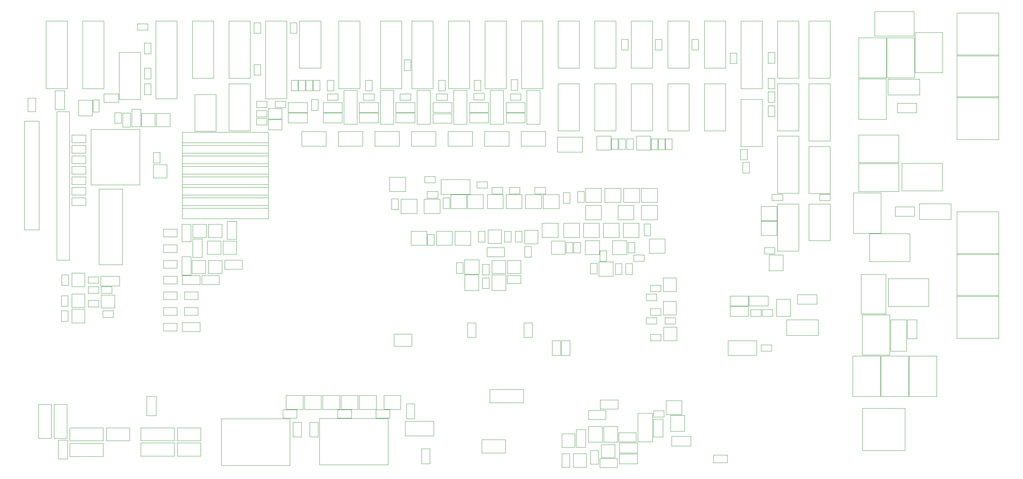
<source format=gbr>
G04 #@! TF.GenerationSoftware,KiCad,Pcbnew,(5.99.0-7935-g797175e0f2)*
G04 #@! TF.CreationDate,2021-01-18T22:07:50+01:00*
G04 #@! TF.ProjectId,ardumower mega shield svn,61726475-6d6f-4776-9572-206d65676120,1.4*
G04 #@! TF.SameCoordinates,PXc1c960PY8a12ae0*
G04 #@! TF.FileFunction,Other,User*
%FSLAX46Y46*%
G04 Gerber Fmt 4.6, Leading zero omitted, Abs format (unit mm)*
G04 Created by KiCad (PCBNEW (5.99.0-7935-g797175e0f2)) date 2021-01-18 22:07:50*
%MOMM*%
%LPD*%
G01*
G04 APERTURE LIST*
%ADD10C,0.050000*%
G04 APERTURE END LIST*
D10*
X41605000Y12395000D02*
X35905000Y12395000D01*
X35905000Y12395000D02*
X35905000Y9195000D01*
X35905000Y9195000D02*
X41605000Y9195000D01*
X41605000Y9195000D02*
X41605000Y12395000D01*
X75260000Y76530000D02*
X54360000Y76530000D01*
X75260000Y73330000D02*
X75260000Y76530000D01*
X54360000Y76530000D02*
X54360000Y73330000D01*
X54360000Y73330000D02*
X75260000Y73330000D01*
X110120000Y35155000D02*
X110120000Y32155000D01*
X105820000Y32155000D02*
X105820000Y35155000D01*
X105820000Y35155000D02*
X110120000Y35155000D01*
X110120000Y32155000D02*
X105820000Y32155000D01*
X228205000Y91193000D02*
X232805000Y91193000D01*
X228205000Y88893000D02*
X228205000Y91193000D01*
X232805000Y91193000D02*
X232805000Y88893000D01*
X232805000Y88893000D02*
X228205000Y88893000D01*
X230625000Y34022000D02*
X230625000Y38622000D01*
X232925000Y38622000D02*
X232925000Y34022000D01*
X232925000Y34022000D02*
X230625000Y34022000D01*
X230625000Y38622000D02*
X232925000Y38622000D01*
X232297000Y66047000D02*
X232297000Y63747000D01*
X227697000Y63747000D02*
X227697000Y66047000D01*
X227697000Y66047000D02*
X232297000Y66047000D01*
X232297000Y63747000D02*
X227697000Y63747000D01*
X233563000Y97043000D02*
X233563000Y93203000D01*
X233563000Y93203000D02*
X225923000Y93203000D01*
X225923000Y97043000D02*
X233563000Y97043000D01*
X225923000Y93203000D02*
X225923000Y97043000D01*
X230393000Y38618000D02*
X230393000Y30978000D01*
X226553000Y38618000D02*
X230393000Y38618000D01*
X230393000Y30978000D02*
X226553000Y30978000D01*
X226553000Y30978000D02*
X226553000Y38618000D01*
X241183000Y62977000D02*
X233543000Y62977000D01*
X233543000Y62977000D02*
X233543000Y66817000D01*
X233543000Y66817000D02*
X241183000Y66817000D01*
X241183000Y66817000D02*
X241183000Y62977000D01*
X54360000Y75870000D02*
X75260000Y75870000D01*
X54360000Y79070000D02*
X54360000Y75870000D01*
X75260000Y75870000D02*
X75260000Y79070000D01*
X75260000Y79070000D02*
X54360000Y79070000D01*
X54360000Y78410000D02*
X75260000Y78410000D01*
X75260000Y78410000D02*
X75260000Y81610000D01*
X75260000Y81610000D02*
X54360000Y81610000D01*
X54360000Y81610000D02*
X54360000Y78410000D01*
X75260000Y84150000D02*
X54360000Y84150000D01*
X75260000Y80950000D02*
X75260000Y84150000D01*
X54360000Y84150000D02*
X54360000Y80950000D01*
X54360000Y80950000D02*
X75260000Y80950000D01*
X159511000Y8331000D02*
X159511000Y5131000D01*
X159511000Y5131000D02*
X156211000Y5131000D01*
X156211000Y8331000D02*
X159511000Y8331000D01*
X156211000Y5131000D02*
X156211000Y8331000D01*
X242631000Y44530000D02*
X252831000Y44530000D01*
X252831000Y34130000D02*
X242631000Y34130000D01*
X252831000Y44530000D02*
X252831000Y34130000D01*
X242631000Y34130000D02*
X242631000Y44530000D01*
X252831000Y44290000D02*
X242631000Y44290000D01*
X252831000Y54690000D02*
X252831000Y44290000D01*
X242631000Y54690000D02*
X252831000Y54690000D01*
X242631000Y44290000D02*
X242631000Y54690000D01*
X242631000Y64850000D02*
X252831000Y64850000D01*
X252831000Y64850000D02*
X252831000Y54450000D01*
X242631000Y54450000D02*
X242631000Y64850000D01*
X252831000Y54450000D02*
X242631000Y54450000D01*
X242631000Y92790000D02*
X252831000Y92790000D01*
X252831000Y82390000D02*
X242631000Y82390000D01*
X242631000Y82390000D02*
X242631000Y92790000D01*
X252831000Y92790000D02*
X252831000Y82390000D01*
X252831000Y92550000D02*
X242631000Y92550000D01*
X242631000Y92550000D02*
X242631000Y102950000D01*
X242631000Y102950000D02*
X252831000Y102950000D01*
X252831000Y102950000D02*
X252831000Y92550000D01*
X242631000Y102710000D02*
X242631000Y113110000D01*
X242631000Y113110000D02*
X252831000Y113110000D01*
X252831000Y102710000D02*
X242631000Y102710000D01*
X252831000Y113110000D02*
X252831000Y102710000D01*
X114538000Y7261000D02*
X114538000Y3661000D01*
X114538000Y7261000D02*
X112538000Y7261000D01*
X114538000Y3661000D02*
X112538000Y3661000D01*
X112538000Y7261000D02*
X112538000Y3661000D01*
X87360000Y10138000D02*
X87360000Y13738000D01*
X85360000Y10138000D02*
X87360000Y10138000D01*
X85360000Y13738000D02*
X87360000Y13738000D01*
X85360000Y10138000D02*
X85360000Y13738000D01*
X83296000Y10138000D02*
X83296000Y13738000D01*
X81296000Y13738000D02*
X83296000Y13738000D01*
X81296000Y10138000D02*
X81296000Y13738000D01*
X81296000Y10138000D02*
X83296000Y10138000D01*
X108855000Y18183000D02*
X110855000Y18183000D01*
X108855000Y14583000D02*
X108855000Y18183000D01*
X108855000Y14583000D02*
X110855000Y14583000D01*
X110855000Y14583000D02*
X110855000Y18183000D01*
X183486000Y5776000D02*
X186846000Y5776000D01*
X186846000Y5776000D02*
X186846000Y3876000D01*
X186846000Y3876000D02*
X183486000Y3876000D01*
X183486000Y3876000D02*
X183486000Y5776000D01*
X93650000Y94310000D02*
X93650000Y86110000D01*
X96850000Y94310000D02*
X93650000Y94310000D01*
X93650000Y86110000D02*
X96850000Y86110000D01*
X96850000Y86110000D02*
X96850000Y94310000D01*
X102540000Y86110000D02*
X105740000Y86110000D01*
X102540000Y94310000D02*
X102540000Y86110000D01*
X105740000Y94310000D02*
X102540000Y94310000D01*
X105740000Y86110000D02*
X105740000Y94310000D01*
X114630000Y86110000D02*
X114630000Y94310000D01*
X114630000Y94310000D02*
X111430000Y94310000D01*
X111430000Y86110000D02*
X114630000Y86110000D01*
X111430000Y94310000D02*
X111430000Y86110000D01*
X123520000Y94310000D02*
X120320000Y94310000D01*
X120320000Y94310000D02*
X120320000Y86110000D01*
X123520000Y86110000D02*
X123520000Y94310000D01*
X120320000Y86110000D02*
X123520000Y86110000D01*
X129210000Y94310000D02*
X129210000Y86110000D01*
X132410000Y94310000D02*
X129210000Y94310000D01*
X129210000Y86110000D02*
X132410000Y86110000D01*
X132410000Y86110000D02*
X132410000Y94310000D01*
X141300000Y86110000D02*
X141300000Y94310000D01*
X138100000Y94310000D02*
X138100000Y86110000D01*
X138100000Y86110000D02*
X141300000Y86110000D01*
X141300000Y94310000D02*
X138100000Y94310000D01*
X89310000Y84350000D02*
X89310000Y80750000D01*
X83410000Y84350000D02*
X89310000Y84350000D01*
X83410000Y80750000D02*
X89310000Y80750000D01*
X83410000Y84350000D02*
X83410000Y80750000D01*
X98200000Y84350000D02*
X98200000Y80750000D01*
X92300000Y84350000D02*
X98200000Y84350000D01*
X92300000Y84350000D02*
X92300000Y80750000D01*
X92300000Y80750000D02*
X98200000Y80750000D01*
X107090000Y84350000D02*
X107090000Y80750000D01*
X101190000Y84350000D02*
X107090000Y84350000D01*
X101190000Y84350000D02*
X101190000Y80750000D01*
X101190000Y80750000D02*
X107090000Y80750000D01*
X115980000Y84350000D02*
X115980000Y80750000D01*
X110080000Y84350000D02*
X115980000Y84350000D01*
X110080000Y84350000D02*
X110080000Y80750000D01*
X110080000Y80750000D02*
X115980000Y80750000D01*
X118970000Y84350000D02*
X118970000Y80750000D01*
X118970000Y84350000D02*
X124870000Y84350000D01*
X124870000Y84350000D02*
X124870000Y80750000D01*
X118970000Y80750000D02*
X124870000Y80750000D01*
X127860000Y84350000D02*
X127860000Y80750000D01*
X127860000Y80750000D02*
X133760000Y80750000D01*
X133760000Y84350000D02*
X133760000Y80750000D01*
X127860000Y84350000D02*
X133760000Y84350000D01*
X142650000Y84350000D02*
X142650000Y80750000D01*
X136750000Y80750000D02*
X142650000Y80750000D01*
X136750000Y84350000D02*
X142650000Y84350000D01*
X136750000Y84350000D02*
X136750000Y80750000D01*
X171374000Y33529000D02*
X171374000Y36829000D01*
X174574000Y36829000D02*
X174574000Y33529000D01*
X174574000Y33529000D02*
X171374000Y33529000D01*
X171374000Y36829000D02*
X174574000Y36829000D01*
X174447000Y39752000D02*
X171247000Y39752000D01*
X174447000Y43052000D02*
X174447000Y39752000D01*
X171247000Y39752000D02*
X171247000Y43052000D01*
X171247000Y43052000D02*
X174447000Y43052000D01*
X174447000Y45467000D02*
X171247000Y45467000D01*
X171247000Y48767000D02*
X174447000Y48767000D01*
X171247000Y45467000D02*
X171247000Y48767000D01*
X174447000Y48767000D02*
X174447000Y45467000D01*
X34672000Y41453000D02*
X34672000Y44653000D01*
X37972000Y41453000D02*
X34672000Y41453000D01*
X34672000Y44653000D02*
X37972000Y44653000D01*
X37972000Y44653000D02*
X37972000Y41453000D01*
X27483000Y46610000D02*
X27483000Y49910000D01*
X30683000Y46610000D02*
X27483000Y46610000D01*
X30683000Y49910000D02*
X30683000Y46610000D01*
X27483000Y49910000D02*
X30683000Y49910000D01*
X27483000Y41530000D02*
X27483000Y44830000D01*
X27483000Y44830000D02*
X30683000Y44830000D01*
X30683000Y41530000D02*
X27483000Y41530000D01*
X30683000Y44830000D02*
X30683000Y41530000D01*
X30683000Y41147000D02*
X30683000Y37847000D01*
X27483000Y37847000D02*
X27483000Y41147000D01*
X30683000Y37847000D02*
X27483000Y37847000D01*
X27483000Y41147000D02*
X30683000Y41147000D01*
X168628000Y8946000D02*
X165128000Y8946000D01*
X168628000Y15946000D02*
X168628000Y8946000D01*
X165128000Y8946000D02*
X165128000Y15946000D01*
X165128000Y15946000D02*
X168628000Y15946000D01*
X35175000Y9195000D02*
X35175000Y12395000D01*
X26975000Y12395000D02*
X26975000Y9195000D01*
X26975000Y9195000D02*
X35175000Y9195000D01*
X35175000Y12395000D02*
X26975000Y12395000D01*
X87754000Y3367000D02*
X87754000Y14667000D01*
X104404000Y3367000D02*
X104404000Y14667000D01*
X87754000Y3367000D02*
X104404000Y3367000D01*
X87754000Y14667000D02*
X104404000Y14667000D01*
X63878000Y3240000D02*
X80528000Y3240000D01*
X63878000Y3240000D02*
X63878000Y14540000D01*
X63878000Y14540000D02*
X80528000Y14540000D01*
X80528000Y3240000D02*
X80528000Y14540000D01*
X53115000Y41590000D02*
X53115000Y39690000D01*
X49755000Y41590000D02*
X53115000Y41590000D01*
X53115000Y39690000D02*
X49755000Y39690000D01*
X49755000Y39690000D02*
X49755000Y41590000D01*
X53115000Y37780000D02*
X53115000Y35880000D01*
X53115000Y35880000D02*
X49755000Y35880000D01*
X49755000Y35880000D02*
X49755000Y37780000D01*
X49755000Y37780000D02*
X53115000Y37780000D01*
X53115000Y49210000D02*
X53115000Y47310000D01*
X53115000Y47310000D02*
X49755000Y47310000D01*
X49755000Y47310000D02*
X49755000Y49210000D01*
X49755000Y49210000D02*
X53115000Y49210000D01*
X49755000Y60640000D02*
X53115000Y60640000D01*
X53115000Y60640000D02*
X53115000Y58740000D01*
X53115000Y58740000D02*
X49755000Y58740000D01*
X49755000Y58740000D02*
X49755000Y60640000D01*
X53115000Y43500000D02*
X49755000Y43500000D01*
X53115000Y45400000D02*
X53115000Y43500000D01*
X49755000Y43500000D02*
X49755000Y45400000D01*
X49755000Y45400000D02*
X53115000Y45400000D01*
X49755000Y56830000D02*
X53115000Y56830000D01*
X49755000Y54930000D02*
X49755000Y56830000D01*
X53115000Y56830000D02*
X53115000Y54930000D01*
X53115000Y54930000D02*
X49755000Y54930000D01*
X53115000Y53020000D02*
X53115000Y51120000D01*
X49755000Y53020000D02*
X53115000Y53020000D01*
X53115000Y51120000D02*
X49755000Y51120000D01*
X49755000Y51120000D02*
X49755000Y53020000D01*
X75260000Y71450000D02*
X54360000Y71450000D01*
X75260000Y68250000D02*
X75260000Y71450000D01*
X54360000Y68250000D02*
X75260000Y68250000D01*
X54360000Y71450000D02*
X54360000Y68250000D01*
X75260000Y65710000D02*
X75260000Y68910000D01*
X54360000Y68910000D02*
X54360000Y65710000D01*
X54360000Y65710000D02*
X75260000Y65710000D01*
X75260000Y68910000D02*
X54360000Y68910000D01*
X54360000Y63170000D02*
X75260000Y63170000D01*
X75260000Y66370000D02*
X54360000Y66370000D01*
X75260000Y63170000D02*
X75260000Y66370000D01*
X54360000Y66370000D02*
X54360000Y63170000D01*
X149809000Y7621000D02*
X146609000Y7621000D01*
X146609000Y10921000D02*
X149809000Y10921000D01*
X146609000Y7621000D02*
X146609000Y10921000D01*
X149809000Y10921000D02*
X149809000Y7621000D01*
X152603000Y6095000D02*
X152603000Y2795000D01*
X149403000Y2795000D02*
X149403000Y6095000D01*
X152603000Y2795000D02*
X149403000Y2795000D01*
X149403000Y6095000D02*
X152603000Y6095000D01*
X47372000Y76276000D02*
X50672000Y76276000D01*
X50672000Y76276000D02*
X50672000Y73076000D01*
X50672000Y73076000D02*
X47372000Y73076000D01*
X47372000Y73076000D02*
X47372000Y76276000D01*
X206650000Y80670000D02*
X206650000Y69270000D01*
X206650000Y69270000D02*
X211850000Y69270000D01*
X211850000Y80670000D02*
X206650000Y80670000D01*
X211850000Y69270000D02*
X211850000Y80670000D01*
X204230000Y55300000D02*
X204230000Y66700000D01*
X204230000Y66700000D02*
X199030000Y66700000D01*
X199030000Y66700000D02*
X199030000Y55300000D01*
X199030000Y55300000D02*
X204230000Y55300000D01*
X211850000Y66700000D02*
X206650000Y66700000D01*
X206650000Y57800000D02*
X211850000Y57800000D01*
X206650000Y66700000D02*
X206650000Y57800000D01*
X211850000Y57800000D02*
X211850000Y66700000D01*
X57390000Y84430000D02*
X62590000Y84430000D01*
X62590000Y84430000D02*
X62590000Y93330000D01*
X57390000Y93330000D02*
X57390000Y84430000D01*
X62590000Y93330000D02*
X57390000Y93330000D01*
X65680000Y84510000D02*
X70880000Y84510000D01*
X70880000Y95910000D02*
X65680000Y95910000D01*
X70880000Y84510000D02*
X70880000Y95910000D01*
X65680000Y95910000D02*
X65680000Y84510000D01*
X195340000Y94750000D02*
X195340000Y111150000D01*
X195340000Y111150000D02*
X190140000Y111150000D01*
X190140000Y111150000D02*
X190140000Y94750000D01*
X190140000Y94750000D02*
X195340000Y94750000D01*
X211850000Y97250000D02*
X211850000Y111150000D01*
X206650000Y111150000D02*
X206650000Y97250000D01*
X211850000Y111150000D02*
X206650000Y111150000D01*
X206650000Y97250000D02*
X211850000Y97250000D01*
X204230000Y111150000D02*
X199030000Y111150000D01*
X199030000Y111150000D02*
X199030000Y97250000D01*
X199030000Y97250000D02*
X204230000Y97250000D01*
X204230000Y97250000D02*
X204230000Y111150000D01*
X92350000Y94750000D02*
X97550000Y94750000D01*
X97550000Y94750000D02*
X97550000Y111150000D01*
X92350000Y111150000D02*
X92350000Y94750000D01*
X97550000Y111150000D02*
X92350000Y111150000D01*
X102510000Y111150000D02*
X102510000Y94750000D01*
X107710000Y111150000D02*
X102510000Y111150000D01*
X102510000Y94750000D02*
X107710000Y94750000D01*
X107710000Y94750000D02*
X107710000Y111150000D01*
X115330000Y111150000D02*
X110130000Y111150000D01*
X110130000Y94750000D02*
X115330000Y94750000D01*
X110130000Y111150000D02*
X110130000Y94750000D01*
X115330000Y94750000D02*
X115330000Y111150000D01*
X124220000Y94750000D02*
X124220000Y111150000D01*
X119020000Y111150000D02*
X119020000Y94750000D01*
X124220000Y111150000D02*
X119020000Y111150000D01*
X119020000Y94750000D02*
X124220000Y94750000D01*
X127910000Y94750000D02*
X133110000Y94750000D01*
X133110000Y94750000D02*
X133110000Y111150000D01*
X127910000Y111150000D02*
X127910000Y94750000D01*
X133110000Y111150000D02*
X127910000Y111150000D01*
X136800000Y111150000D02*
X136800000Y94750000D01*
X142000000Y94750000D02*
X142000000Y111150000D01*
X142000000Y111150000D02*
X136800000Y111150000D01*
X136800000Y94750000D02*
X142000000Y94750000D01*
X199030000Y83210000D02*
X199030000Y69310000D01*
X204230000Y83210000D02*
X199030000Y83210000D01*
X199030000Y69310000D02*
X204230000Y69310000D01*
X204230000Y69310000D02*
X204230000Y83210000D01*
X206650000Y95910000D02*
X206650000Y82010000D01*
X211850000Y82010000D02*
X211850000Y95910000D01*
X206650000Y82010000D02*
X211850000Y82010000D01*
X211850000Y95910000D02*
X206650000Y95910000D01*
X44210000Y103530000D02*
X39010000Y103530000D01*
X39010000Y92130000D02*
X44210000Y92130000D01*
X39010000Y103530000D02*
X39010000Y92130000D01*
X44210000Y92130000D02*
X44210000Y103530000D01*
X88025000Y111150000D02*
X82825000Y111150000D01*
X88025000Y99750000D02*
X88025000Y111150000D01*
X82825000Y99750000D02*
X88025000Y99750000D01*
X82825000Y111150000D02*
X82825000Y99750000D01*
X163470000Y99750000D02*
X168670000Y99750000D01*
X168670000Y111150000D02*
X163470000Y111150000D01*
X168670000Y99750000D02*
X168670000Y111150000D01*
X163470000Y111150000D02*
X163470000Y99750000D01*
X150890000Y84510000D02*
X150890000Y95910000D01*
X150890000Y95910000D02*
X145690000Y95910000D01*
X145690000Y95910000D02*
X145690000Y84510000D01*
X145690000Y84510000D02*
X150890000Y84510000D01*
X159780000Y84510000D02*
X159780000Y95910000D01*
X154580000Y84510000D02*
X159780000Y84510000D01*
X159780000Y95910000D02*
X154580000Y95910000D01*
X154580000Y95910000D02*
X154580000Y84510000D01*
X159780000Y99750000D02*
X159780000Y111150000D01*
X159780000Y111150000D02*
X154580000Y111150000D01*
X154580000Y111150000D02*
X154580000Y99750000D01*
X154580000Y99750000D02*
X159780000Y99750000D01*
X163470000Y84510000D02*
X168670000Y84510000D01*
X163470000Y95910000D02*
X163470000Y84510000D01*
X168670000Y84510000D02*
X168670000Y95910000D01*
X168670000Y95910000D02*
X163470000Y95910000D01*
X145690000Y111150000D02*
X145690000Y99750000D01*
X150890000Y111150000D02*
X145690000Y111150000D01*
X150890000Y99750000D02*
X150890000Y111150000D01*
X145690000Y99750000D02*
X150890000Y99750000D01*
X53100000Y111150000D02*
X47900000Y111150000D01*
X47900000Y92250000D02*
X53100000Y92250000D01*
X53100000Y92250000D02*
X53100000Y111150000D01*
X47900000Y111150000D02*
X47900000Y92250000D01*
X74570000Y92250000D02*
X79770000Y92250000D01*
X79770000Y111150000D02*
X74570000Y111150000D01*
X74570000Y111150000D02*
X74570000Y92250000D01*
X79770000Y92250000D02*
X79770000Y111150000D01*
X199030000Y95910000D02*
X199030000Y84510000D01*
X204230000Y84510000D02*
X204230000Y95910000D01*
X199030000Y84510000D02*
X204230000Y84510000D01*
X204230000Y95910000D02*
X199030000Y95910000D01*
X190140000Y80700000D02*
X195340000Y80700000D01*
X195340000Y80700000D02*
X195340000Y92100000D01*
X190140000Y92100000D02*
X190140000Y80700000D01*
X195340000Y92100000D02*
X190140000Y92100000D01*
X186450000Y111150000D02*
X181250000Y111150000D01*
X181250000Y111150000D02*
X181250000Y99750000D01*
X181250000Y99750000D02*
X186450000Y99750000D01*
X186450000Y99750000D02*
X186450000Y111150000D01*
X177560000Y99750000D02*
X177560000Y111150000D01*
X172360000Y111150000D02*
X172360000Y99750000D01*
X177560000Y111150000D02*
X172360000Y111150000D01*
X172360000Y99750000D02*
X177560000Y99750000D01*
X186450000Y84510000D02*
X186450000Y95910000D01*
X186450000Y95910000D02*
X181250000Y95910000D01*
X181250000Y95910000D02*
X181250000Y84510000D01*
X181250000Y84510000D02*
X186450000Y84510000D01*
X177560000Y84510000D02*
X177560000Y95910000D01*
X177560000Y95910000D02*
X172360000Y95910000D01*
X172360000Y84510000D02*
X177560000Y84510000D01*
X172360000Y95910000D02*
X172360000Y84510000D01*
X148574000Y29950000D02*
X146574000Y29950000D01*
X148574000Y33550000D02*
X146574000Y33550000D01*
X148574000Y33550000D02*
X148574000Y29950000D01*
X146574000Y33550000D02*
X146574000Y29950000D01*
X125714000Y34268000D02*
X125714000Y37868000D01*
X123714000Y37868000D02*
X125714000Y37868000D01*
X123714000Y34268000D02*
X125714000Y34268000D01*
X123714000Y34268000D02*
X123714000Y37868000D01*
X139430000Y34268000D02*
X139430000Y37868000D01*
X137430000Y34268000D02*
X139430000Y34268000D01*
X137430000Y34268000D02*
X137430000Y37868000D01*
X137430000Y37868000D02*
X139430000Y37868000D01*
X146288000Y33550000D02*
X144288000Y33550000D01*
X146288000Y33550000D02*
X146288000Y29950000D01*
X144288000Y33550000D02*
X144288000Y29950000D01*
X146288000Y29950000D02*
X144288000Y29950000D01*
X187000000Y30000000D02*
X187000000Y33500000D01*
X187000000Y33500000D02*
X194000000Y33500000D01*
X194000000Y30000000D02*
X187000000Y30000000D01*
X194000000Y33500000D02*
X194000000Y30000000D01*
X38884000Y93456000D02*
X38884000Y91456000D01*
X35284000Y93456000D02*
X35284000Y91456000D01*
X35284000Y91456000D02*
X38884000Y91456000D01*
X35284000Y93456000D02*
X38884000Y93456000D01*
X64007000Y53035000D02*
X64007000Y49835000D01*
X60707000Y49835000D02*
X60707000Y53035000D01*
X60707000Y53035000D02*
X64007000Y53035000D01*
X64007000Y49835000D02*
X60707000Y49835000D01*
X56770000Y49835000D02*
X56770000Y53035000D01*
X60070000Y53035000D02*
X60070000Y49835000D01*
X60070000Y49835000D02*
X56770000Y49835000D01*
X56770000Y53035000D02*
X60070000Y53035000D01*
X64263000Y54534000D02*
X64263000Y57734000D01*
X67563000Y57734000D02*
X67563000Y54534000D01*
X64263000Y57734000D02*
X67563000Y57734000D01*
X67563000Y54534000D02*
X64263000Y54534000D01*
X60453000Y57734000D02*
X63753000Y57734000D01*
X60453000Y54534000D02*
X60453000Y57734000D01*
X63753000Y57734000D02*
X63753000Y54534000D01*
X63753000Y54534000D02*
X60453000Y54534000D01*
X60707000Y61798000D02*
X64007000Y61798000D01*
X64007000Y61798000D02*
X64007000Y58598000D01*
X64007000Y58598000D02*
X60707000Y58598000D01*
X60707000Y58598000D02*
X60707000Y61798000D01*
X60197000Y58598000D02*
X56897000Y58598000D01*
X60197000Y61798000D02*
X60197000Y58598000D01*
X56897000Y58598000D02*
X56897000Y61798000D01*
X56897000Y61798000D02*
X60197000Y61798000D01*
X132968000Y53035000D02*
X132968000Y49835000D01*
X132968000Y49835000D02*
X129668000Y49835000D01*
X129668000Y49835000D02*
X129668000Y53035000D01*
X129668000Y53035000D02*
X132968000Y53035000D01*
X133351000Y49835000D02*
X133351000Y53035000D01*
X136651000Y49835000D02*
X133351000Y49835000D01*
X136651000Y53035000D02*
X136651000Y49835000D01*
X133351000Y53035000D02*
X136651000Y53035000D01*
X47751000Y85522000D02*
X44451000Y85522000D01*
X44451000Y85522000D02*
X44451000Y88722000D01*
X44451000Y88722000D02*
X47751000Y88722000D01*
X47751000Y88722000D02*
X47751000Y85522000D01*
X51434000Y85522000D02*
X48134000Y85522000D01*
X51434000Y88722000D02*
X51434000Y85522000D01*
X48134000Y85522000D02*
X48134000Y88722000D01*
X48134000Y88722000D02*
X51434000Y88722000D01*
X232489000Y98605000D02*
X232489000Y108405000D01*
X239189000Y108405000D02*
X239189000Y98605000D01*
X239189000Y98605000D02*
X232489000Y98605000D01*
X232489000Y108405000D02*
X239189000Y108405000D01*
X218747000Y83487000D02*
X228547000Y83487000D01*
X228547000Y83487000D02*
X228547000Y76787000D01*
X228547000Y76787000D02*
X218747000Y76787000D01*
X218747000Y76787000D02*
X218747000Y83487000D01*
X225631000Y97335000D02*
X225631000Y107135000D01*
X232331000Y97335000D02*
X225631000Y97335000D01*
X232331000Y107135000D02*
X232331000Y97335000D01*
X225631000Y107135000D02*
X232331000Y107135000D01*
X218773000Y107135000D02*
X225473000Y107135000D01*
X225473000Y107135000D02*
X225473000Y97335000D01*
X225473000Y97335000D02*
X218773000Y97335000D01*
X218773000Y97335000D02*
X218773000Y107135000D01*
X219662000Y39825000D02*
X226362000Y39825000D01*
X226362000Y39825000D02*
X226362000Y30025000D01*
X219662000Y30025000D02*
X219662000Y39825000D01*
X226362000Y30025000D02*
X219662000Y30025000D01*
X217376000Y29792000D02*
X224076000Y29792000D01*
X224076000Y19992000D02*
X217376000Y19992000D01*
X224076000Y29792000D02*
X224076000Y19992000D01*
X217376000Y19992000D02*
X217376000Y29792000D01*
X231092000Y29792000D02*
X237792000Y29792000D01*
X231092000Y19992000D02*
X231092000Y29792000D01*
X237792000Y19992000D02*
X231092000Y19992000D01*
X237792000Y29792000D02*
X237792000Y19992000D01*
X230934000Y19992000D02*
X224234000Y19992000D01*
X224234000Y29792000D02*
X230934000Y29792000D01*
X224234000Y19992000D02*
X224234000Y29792000D01*
X230934000Y29792000D02*
X230934000Y19992000D01*
X231214000Y52784000D02*
X221414000Y52784000D01*
X221414000Y52784000D02*
X221414000Y59484000D01*
X231214000Y59484000D02*
X231214000Y52784000D01*
X221414000Y59484000D02*
X231214000Y59484000D01*
X224203000Y59616000D02*
X217503000Y59616000D01*
X224203000Y69416000D02*
X224203000Y59616000D01*
X217503000Y69416000D02*
X224203000Y69416000D01*
X217503000Y59616000D02*
X217503000Y69416000D01*
X218747000Y76502000D02*
X228547000Y76502000D01*
X228547000Y76502000D02*
X228547000Y69802000D01*
X228547000Y69802000D02*
X218747000Y69802000D01*
X218747000Y69802000D02*
X218747000Y76502000D01*
X239088000Y76629000D02*
X239088000Y69929000D01*
X239088000Y69929000D02*
X229288000Y69929000D01*
X229288000Y76629000D02*
X239088000Y76629000D01*
X229288000Y69929000D02*
X229288000Y76629000D01*
X225986000Y41862000D02*
X225986000Y48562000D01*
X225986000Y48562000D02*
X235786000Y48562000D01*
X235786000Y48562000D02*
X235786000Y41862000D01*
X235786000Y41862000D02*
X225986000Y41862000D01*
X225473000Y97102000D02*
X225473000Y87302000D01*
X218773000Y87302000D02*
X218773000Y97102000D01*
X225473000Y87302000D02*
X218773000Y87302000D01*
X218773000Y97102000D02*
X225473000Y97102000D01*
X53137000Y5512000D02*
X58837000Y5512000D01*
X58837000Y5512000D02*
X58837000Y8712000D01*
X53137000Y8712000D02*
X53137000Y5512000D01*
X58837000Y8712000D02*
X53137000Y8712000D01*
X44247000Y12395000D02*
X44247000Y9195000D01*
X52447000Y9195000D02*
X52447000Y12395000D01*
X52447000Y12395000D02*
X44247000Y12395000D01*
X44247000Y9195000D02*
X52447000Y9195000D01*
X26365000Y18030000D02*
X23165000Y18030000D01*
X23165000Y18030000D02*
X23165000Y9830000D01*
X23165000Y9830000D02*
X26365000Y9830000D01*
X26365000Y9830000D02*
X26365000Y18030000D01*
X35320000Y111150000D02*
X30120000Y111150000D01*
X30120000Y94750000D02*
X35320000Y94750000D01*
X30120000Y111150000D02*
X30120000Y94750000D01*
X35320000Y94750000D02*
X35320000Y111150000D01*
X219677000Y6884000D02*
X219677000Y17084000D01*
X230077000Y17084000D02*
X230077000Y6884000D01*
X219677000Y17084000D02*
X230077000Y17084000D01*
X230077000Y6884000D02*
X219677000Y6884000D01*
X26430000Y94750000D02*
X26430000Y111150000D01*
X21230000Y94750000D02*
X26430000Y94750000D01*
X21230000Y111150000D02*
X21230000Y94750000D01*
X26430000Y111150000D02*
X21230000Y111150000D01*
X140792000Y60324000D02*
X140792000Y57024000D01*
X137592000Y57024000D02*
X137592000Y60324000D01*
X137592000Y60324000D02*
X140792000Y60324000D01*
X140792000Y57024000D02*
X137592000Y57024000D01*
X144146000Y57734000D02*
X147446000Y57734000D01*
X147446000Y57734000D02*
X147446000Y54534000D01*
X144146000Y54534000D02*
X144146000Y57734000D01*
X147446000Y54534000D02*
X144146000Y54534000D01*
X128702000Y60451000D02*
X131902000Y60451000D01*
X128702000Y57151000D02*
X128702000Y60451000D01*
X131902000Y57151000D02*
X128702000Y57151000D01*
X131902000Y60451000D02*
X131902000Y57151000D01*
X53137000Y9195000D02*
X58837000Y9195000D01*
X58837000Y9195000D02*
X58837000Y12395000D01*
X53137000Y12395000D02*
X53137000Y9195000D01*
X58837000Y12395000D02*
X53137000Y12395000D01*
X132918000Y9474000D02*
X127218000Y9474000D01*
X132918000Y6274000D02*
X132918000Y9474000D01*
X127218000Y6274000D02*
X132918000Y6274000D01*
X127218000Y9474000D02*
X127218000Y6274000D01*
X137363000Y21666000D02*
X129163000Y21666000D01*
X129163000Y18466000D02*
X137363000Y18466000D01*
X137363000Y18466000D02*
X137363000Y21666000D01*
X129163000Y21666000D02*
X129163000Y18466000D01*
X16030000Y86880000D02*
X19530000Y86880000D01*
X16030000Y60480000D02*
X16030000Y86880000D01*
X16030000Y60480000D02*
X19530000Y60480000D01*
X19530000Y60480000D02*
X19530000Y86880000D01*
X101995000Y91320000D02*
X97395000Y91320000D01*
X101995000Y89020000D02*
X97395000Y89020000D01*
X101995000Y89020000D02*
X101995000Y91320000D01*
X97395000Y89020000D02*
X97395000Y91320000D01*
X93232000Y88780000D02*
X88632000Y88780000D01*
X93232000Y86480000D02*
X93232000Y88780000D01*
X88632000Y86480000D02*
X88632000Y88780000D01*
X93232000Y86480000D02*
X88632000Y86480000D01*
X101995000Y86480000D02*
X97395000Y86480000D01*
X97395000Y86480000D02*
X97395000Y88780000D01*
X101995000Y88780000D02*
X97395000Y88780000D01*
X101995000Y86480000D02*
X101995000Y88780000D01*
X110885000Y86480000D02*
X110885000Y88780000D01*
X110885000Y88780000D02*
X106285000Y88780000D01*
X106285000Y86480000D02*
X106285000Y88780000D01*
X110885000Y86480000D02*
X106285000Y86480000D01*
X84723000Y86480000D02*
X84723000Y88780000D01*
X84723000Y88780000D02*
X80123000Y88780000D01*
X80123000Y86480000D02*
X80123000Y88780000D01*
X84723000Y86480000D02*
X80123000Y86480000D01*
X119902000Y88653000D02*
X115302000Y88653000D01*
X119902000Y86353000D02*
X119902000Y88653000D01*
X119902000Y86353000D02*
X115302000Y86353000D01*
X115302000Y86353000D02*
X115302000Y88653000D01*
X128792000Y86480000D02*
X128792000Y88780000D01*
X128792000Y86480000D02*
X124192000Y86480000D01*
X128792000Y88780000D02*
X124192000Y88780000D01*
X124192000Y86480000D02*
X124192000Y88780000D01*
X137682000Y86480000D02*
X137682000Y88780000D01*
X133082000Y86480000D02*
X133082000Y88780000D01*
X137682000Y86480000D02*
X133082000Y86480000D01*
X137682000Y88780000D02*
X133082000Y88780000D01*
X110885000Y89020000D02*
X106285000Y89020000D01*
X106285000Y89020000D02*
X106285000Y91320000D01*
X110885000Y91320000D02*
X106285000Y91320000D01*
X110885000Y89020000D02*
X110885000Y91320000D01*
X119902000Y89020000D02*
X119902000Y91320000D01*
X115302000Y89020000D02*
X115302000Y91320000D01*
X119902000Y91320000D02*
X115302000Y91320000D01*
X119902000Y89020000D02*
X115302000Y89020000D01*
X128792000Y91320000D02*
X124192000Y91320000D01*
X128792000Y89020000D02*
X128792000Y91320000D01*
X124192000Y89020000D02*
X124192000Y91320000D01*
X128792000Y89020000D02*
X124192000Y89020000D01*
X133082000Y89020000D02*
X133082000Y91320000D01*
X137682000Y89020000D02*
X137682000Y91320000D01*
X137682000Y91320000D02*
X133082000Y91320000D01*
X137682000Y89020000D02*
X133082000Y89020000D01*
X93232000Y89020000D02*
X88632000Y89020000D01*
X93232000Y89020000D02*
X93232000Y91320000D01*
X93232000Y91320000D02*
X88632000Y91320000D01*
X88632000Y89020000D02*
X88632000Y91320000D01*
X84723000Y89020000D02*
X84723000Y91320000D01*
X84723000Y91320000D02*
X80123000Y91320000D01*
X84723000Y89020000D02*
X80123000Y89020000D01*
X80123000Y89020000D02*
X80123000Y91320000D01*
X34530000Y49156000D02*
X34530000Y46856000D01*
X34530000Y46856000D02*
X39130000Y46856000D01*
X34530000Y49156000D02*
X39130000Y49156000D01*
X39130000Y49156000D02*
X39130000Y46856000D01*
X26550000Y9412000D02*
X26550000Y4812000D01*
X26550000Y4812000D02*
X24250000Y4812000D01*
X24250000Y9412000D02*
X24250000Y4812000D01*
X26550000Y9412000D02*
X24250000Y9412000D01*
X48013000Y15353000D02*
X48013000Y19953000D01*
X45713000Y19953000D02*
X48013000Y19953000D01*
X45713000Y15353000D02*
X48013000Y15353000D01*
X45713000Y15353000D02*
X45713000Y19953000D01*
X25788000Y94248000D02*
X23488000Y94248000D01*
X25788000Y89648000D02*
X23488000Y89648000D01*
X23488000Y94248000D02*
X23488000Y89648000D01*
X25788000Y94248000D02*
X25788000Y89648000D01*
X61990000Y111150000D02*
X56790000Y111150000D01*
X56790000Y111150000D02*
X56790000Y97250000D01*
X56790000Y97250000D02*
X61990000Y97250000D01*
X61990000Y97250000D02*
X61990000Y111150000D01*
X44050000Y71355000D02*
X32150000Y71355000D01*
X44050000Y71355000D02*
X44050000Y84855000D01*
X44050000Y84855000D02*
X32150000Y84855000D01*
X32150000Y71355000D02*
X32150000Y84855000D01*
X70880000Y97250000D02*
X70880000Y111150000D01*
X65680000Y97250000D02*
X70880000Y97250000D01*
X65680000Y111150000D02*
X65680000Y97250000D01*
X70880000Y111150000D02*
X65680000Y111150000D01*
X133828000Y69177000D02*
X133828000Y70777000D01*
X136428000Y69177000D02*
X133828000Y69177000D01*
X136428000Y69177000D02*
X136428000Y70777000D01*
X136428000Y70777000D02*
X133828000Y70777000D01*
X85814000Y92105000D02*
X85814000Y89505000D01*
X87414000Y89505000D02*
X85814000Y89505000D01*
X87414000Y92105000D02*
X85814000Y92105000D01*
X87414000Y92105000D02*
X87414000Y89505000D01*
X116489000Y69761000D02*
X116489000Y68161000D01*
X113889000Y69761000D02*
X116489000Y69761000D01*
X113889000Y69761000D02*
X113889000Y68161000D01*
X113889000Y68161000D02*
X116489000Y68161000D01*
X73444000Y98014000D02*
X73444000Y100614000D01*
X71844000Y98014000D02*
X71844000Y100614000D01*
X71844000Y98014000D02*
X73444000Y98014000D01*
X71844000Y100614000D02*
X73444000Y100614000D01*
X171678500Y79916500D02*
X170078500Y79916500D01*
X171678500Y82516500D02*
X171678500Y79916500D01*
X170078500Y82516500D02*
X170078500Y79916500D01*
X171678500Y82516500D02*
X170078500Y82516500D01*
X196812000Y103535000D02*
X196812000Y100935000D01*
X198412000Y103535000D02*
X198412000Y100935000D01*
X198412000Y100935000D02*
X196812000Y100935000D01*
X198412000Y103535000D02*
X196812000Y103535000D01*
X114008000Y56739000D02*
X115608000Y56739000D01*
X114008000Y59339000D02*
X115608000Y59339000D01*
X114008000Y56739000D02*
X114008000Y59339000D01*
X115608000Y56739000D02*
X115608000Y59339000D01*
X105245000Y67975000D02*
X106845000Y67975000D01*
X105245000Y65375000D02*
X105245000Y67975000D01*
X106845000Y65375000D02*
X106845000Y67975000D01*
X105245000Y65375000D02*
X106845000Y65375000D01*
X113254000Y71844000D02*
X113254000Y73444000D01*
X115854000Y71844000D02*
X113254000Y71844000D01*
X115854000Y71844000D02*
X115854000Y73444000D01*
X115854000Y73444000D02*
X113254000Y73444000D01*
X197709000Y67526000D02*
X197709000Y69126000D01*
X200309000Y69126000D02*
X197709000Y69126000D01*
X200309000Y67526000D02*
X200309000Y69126000D01*
X200309000Y67526000D02*
X197709000Y67526000D01*
X195804000Y54572000D02*
X195804000Y56172000D01*
X198404000Y54572000D02*
X198404000Y56172000D01*
X198404000Y56172000D02*
X195804000Y56172000D01*
X198404000Y54572000D02*
X195804000Y54572000D01*
X198412000Y94712000D02*
X196812000Y94712000D01*
X196812000Y97312000D02*
X196812000Y94712000D01*
X198412000Y97312000D02*
X196812000Y97312000D01*
X198412000Y97312000D02*
X198412000Y94712000D01*
X190589000Y76865000D02*
X190589000Y74265000D01*
X192189000Y76865000D02*
X192189000Y74265000D01*
X192189000Y74265000D02*
X190589000Y74265000D01*
X192189000Y76865000D02*
X190589000Y76865000D01*
X189141000Y100808000D02*
X187541000Y100808000D01*
X189141000Y103408000D02*
X187541000Y103408000D01*
X189141000Y103408000D02*
X189141000Y100808000D01*
X187541000Y103408000D02*
X187541000Y100808000D01*
X190081000Y80040000D02*
X190081000Y77440000D01*
X191681000Y80040000D02*
X190081000Y80040000D01*
X191681000Y80040000D02*
X191681000Y77440000D01*
X191681000Y77440000D02*
X190081000Y77440000D01*
X74960000Y91732000D02*
X74960000Y90132000D01*
X72360000Y90132000D02*
X74960000Y90132000D01*
X72360000Y91732000D02*
X74960000Y91732000D01*
X72360000Y91732000D02*
X72360000Y90132000D01*
X160426500Y82580000D02*
X160426500Y79980000D01*
X162026500Y79980000D02*
X160426500Y79980000D01*
X162026500Y82580000D02*
X160426500Y82580000D01*
X162026500Y82580000D02*
X162026500Y79980000D01*
X45174000Y95915000D02*
X45174000Y93315000D01*
X46774000Y95915000D02*
X46774000Y93315000D01*
X46774000Y95915000D02*
X45174000Y95915000D01*
X46774000Y93315000D02*
X45174000Y93315000D01*
X46004000Y110528000D02*
X43404000Y110528000D01*
X46004000Y108928000D02*
X46004000Y110528000D01*
X43404000Y108928000D02*
X43404000Y110528000D01*
X46004000Y108928000D02*
X43404000Y108928000D01*
X132237000Y70777000D02*
X129637000Y70777000D01*
X129637000Y69177000D02*
X129637000Y70777000D01*
X132237000Y69177000D02*
X129637000Y69177000D01*
X132237000Y69177000D02*
X132237000Y70777000D01*
X128554000Y72174000D02*
X125954000Y72174000D01*
X128554000Y70574000D02*
X128554000Y72174000D01*
X125954000Y70574000D02*
X125954000Y72174000D01*
X128554000Y70574000D02*
X125954000Y70574000D01*
X142651000Y69177000D02*
X140051000Y69177000D01*
X140051000Y69177000D02*
X140051000Y70777000D01*
X142651000Y69177000D02*
X142651000Y70777000D01*
X142651000Y70777000D02*
X140051000Y70777000D01*
X148628000Y69499000D02*
X147028000Y69499000D01*
X148628000Y69499000D02*
X148628000Y66899000D01*
X148628000Y66899000D02*
X147028000Y66899000D01*
X147028000Y69499000D02*
X147028000Y66899000D01*
X71844000Y110774000D02*
X73444000Y110774000D01*
X73444000Y108174000D02*
X73444000Y110774000D01*
X71844000Y108174000D02*
X71844000Y110774000D01*
X71844000Y108174000D02*
X73444000Y108174000D01*
X79532000Y90132000D02*
X76932000Y90132000D01*
X79532000Y90132000D02*
X79532000Y91732000D01*
X79532000Y91732000D02*
X76932000Y91732000D01*
X76932000Y90132000D02*
X76932000Y91732000D01*
X39535000Y88930000D02*
X39535000Y86330000D01*
X37935000Y88930000D02*
X37935000Y86330000D01*
X39535000Y86330000D02*
X37935000Y86330000D01*
X39535000Y88930000D02*
X37935000Y88930000D01*
X117818000Y65629000D02*
X117818000Y68229000D01*
X119418000Y65629000D02*
X119418000Y68229000D01*
X117818000Y68229000D02*
X119418000Y68229000D01*
X117818000Y65629000D02*
X119418000Y65629000D01*
X82207000Y108174000D02*
X82207000Y110774000D01*
X80607000Y110774000D02*
X82207000Y110774000D01*
X80607000Y108174000D02*
X80607000Y110774000D01*
X80607000Y108174000D02*
X82207000Y108174000D01*
X127927000Y60101000D02*
X126327000Y60101000D01*
X127927000Y57501000D02*
X126327000Y57501000D01*
X127927000Y60101000D02*
X127927000Y57501000D01*
X126327000Y60101000D02*
X126327000Y57501000D01*
X134277000Y60101000D02*
X132677000Y60101000D01*
X134277000Y57501000D02*
X132677000Y57501000D01*
X134277000Y60101000D02*
X134277000Y57501000D01*
X132677000Y60101000D02*
X132677000Y57501000D01*
X136944000Y60101000D02*
X136944000Y57501000D01*
X136944000Y60101000D02*
X135344000Y60101000D01*
X136944000Y57501000D02*
X135344000Y57501000D01*
X135344000Y60101000D02*
X135344000Y57501000D01*
X139230000Y53818000D02*
X137630000Y53818000D01*
X137630000Y56418000D02*
X137630000Y53818000D01*
X139230000Y56418000D02*
X139230000Y53818000D01*
X139230000Y56418000D02*
X137630000Y56418000D01*
X149263000Y54834000D02*
X147663000Y54834000D01*
X149263000Y57434000D02*
X149263000Y54834000D01*
X149263000Y57434000D02*
X147663000Y57434000D01*
X147663000Y57434000D02*
X147663000Y54834000D01*
X151168000Y57434000D02*
X149568000Y57434000D01*
X151168000Y57434000D02*
X151168000Y54834000D01*
X151168000Y54834000D02*
X149568000Y54834000D01*
X149568000Y57434000D02*
X149568000Y54834000D01*
X168118000Y35090000D02*
X170718000Y35090000D01*
X170718000Y35090000D02*
X170718000Y33490000D01*
X168118000Y33490000D02*
X170718000Y33490000D01*
X168118000Y35090000D02*
X168118000Y33490000D01*
X171674000Y37554000D02*
X174274000Y37554000D01*
X171674000Y39154000D02*
X171674000Y37554000D01*
X171674000Y39154000D02*
X174274000Y39154000D01*
X174274000Y39154000D02*
X174274000Y37554000D01*
X170718000Y41313000D02*
X170718000Y39713000D01*
X168118000Y39713000D02*
X170718000Y39713000D01*
X168118000Y41313000D02*
X170718000Y41313000D01*
X168118000Y41313000D02*
X168118000Y39713000D01*
X118275000Y94204000D02*
X116675000Y94204000D01*
X116675000Y96804000D02*
X116675000Y94204000D01*
X118275000Y96804000D02*
X118275000Y94204000D01*
X118275000Y96804000D02*
X116675000Y96804000D01*
X167102000Y39154000D02*
X167102000Y37554000D01*
X167102000Y39154000D02*
X169702000Y39154000D01*
X169702000Y39154000D02*
X169702000Y37554000D01*
X167102000Y37554000D02*
X169702000Y37554000D01*
X168118000Y47028000D02*
X170718000Y47028000D01*
X170718000Y47028000D02*
X170718000Y45428000D01*
X168118000Y47028000D02*
X168118000Y45428000D01*
X168118000Y45428000D02*
X170718000Y45428000D01*
X169702000Y44869000D02*
X169702000Y43269000D01*
X167102000Y43269000D02*
X169702000Y43269000D01*
X167102000Y44869000D02*
X169702000Y44869000D01*
X167102000Y44869000D02*
X167102000Y43269000D01*
X195042000Y30950000D02*
X197642000Y30950000D01*
X197642000Y32550000D02*
X197642000Y30950000D01*
X195042000Y32550000D02*
X195042000Y30950000D01*
X195042000Y32550000D02*
X197642000Y32550000D01*
X152057000Y67153000D02*
X150457000Y67153000D01*
X152057000Y69753000D02*
X152057000Y67153000D01*
X152057000Y69753000D02*
X150457000Y69753000D01*
X150457000Y69753000D02*
X150457000Y67153000D01*
X211866000Y69126000D02*
X211866000Y67526000D01*
X209266000Y69126000D02*
X211866000Y69126000D01*
X209266000Y69126000D02*
X209266000Y67526000D01*
X209266000Y67526000D02*
X211866000Y67526000D01*
X35022000Y40805000D02*
X37622000Y40805000D01*
X37622000Y40805000D02*
X37622000Y39205000D01*
X35022000Y39205000D02*
X37622000Y39205000D01*
X35022000Y40805000D02*
X35022000Y39205000D01*
X34066000Y43345000D02*
X34066000Y41745000D01*
X31466000Y43345000D02*
X34066000Y43345000D01*
X31466000Y41745000D02*
X34066000Y41745000D01*
X31466000Y43345000D02*
X31466000Y41745000D01*
X26708000Y49560000D02*
X25108000Y49560000D01*
X25108000Y49560000D02*
X25108000Y46960000D01*
X26708000Y46960000D02*
X25108000Y46960000D01*
X26708000Y49560000D02*
X26708000Y46960000D01*
X26581000Y41880000D02*
X24981000Y41880000D01*
X24981000Y44480000D02*
X24981000Y41880000D01*
X26581000Y44480000D02*
X24981000Y44480000D01*
X26581000Y44480000D02*
X26581000Y41880000D01*
X26581000Y40797000D02*
X26581000Y38197000D01*
X24981000Y40797000D02*
X24981000Y38197000D01*
X26581000Y38197000D02*
X24981000Y38197000D01*
X26581000Y40797000D02*
X24981000Y40797000D01*
X34066000Y47460000D02*
X31466000Y47460000D01*
X34066000Y47460000D02*
X34066000Y49060000D01*
X31466000Y47460000D02*
X31466000Y49060000D01*
X34066000Y49060000D02*
X31466000Y49060000D01*
X34066000Y45047000D02*
X31466000Y45047000D01*
X31466000Y45047000D02*
X31466000Y46647000D01*
X34066000Y46647000D02*
X31466000Y46647000D01*
X34066000Y45047000D02*
X34066000Y46647000D01*
X37241000Y46647000D02*
X37241000Y45047000D01*
X34641000Y46647000D02*
X37241000Y46647000D01*
X34641000Y45047000D02*
X37241000Y45047000D01*
X34641000Y46647000D02*
X34641000Y45047000D01*
X48933000Y79278000D02*
X47333000Y79278000D01*
X47333000Y79278000D02*
X47333000Y76678000D01*
X48933000Y76678000D02*
X47333000Y76678000D01*
X48933000Y79278000D02*
X48933000Y76678000D01*
X72360000Y87541000D02*
X72360000Y85941000D01*
X72360000Y87541000D02*
X74960000Y87541000D01*
X72360000Y85941000D02*
X74960000Y85941000D01*
X74960000Y87541000D02*
X74960000Y85941000D01*
X72360000Y89446000D02*
X74960000Y89446000D01*
X74960000Y89446000D02*
X74960000Y87846000D01*
X72360000Y89446000D02*
X72360000Y87846000D01*
X72360000Y87846000D02*
X74960000Y87846000D01*
X158905000Y54434000D02*
X158905000Y57834000D01*
X158905000Y57834000D02*
X162405000Y57834000D01*
X162405000Y54434000D02*
X158905000Y54434000D01*
X162405000Y57834000D02*
X162405000Y54434000D01*
X164376000Y54834000D02*
X162776000Y54834000D01*
X164376000Y57434000D02*
X162776000Y57434000D01*
X162776000Y57434000D02*
X162776000Y54834000D01*
X164376000Y57434000D02*
X164376000Y54834000D01*
X166654000Y52794000D02*
X164054000Y52794000D01*
X166654000Y54394000D02*
X164054000Y54394000D01*
X166654000Y52794000D02*
X166654000Y54394000D01*
X164054000Y52794000D02*
X164054000Y54394000D01*
X152301000Y57834000D02*
X155801000Y57834000D01*
X155801000Y54434000D02*
X152301000Y54434000D01*
X155801000Y57834000D02*
X155801000Y54434000D01*
X152301000Y54434000D02*
X152301000Y57834000D01*
X155918000Y52802000D02*
X157518000Y52802000D01*
X157518000Y52802000D02*
X157518000Y55402000D01*
X155918000Y55402000D02*
X157518000Y55402000D01*
X155918000Y52802000D02*
X155918000Y55402000D01*
X155232000Y49754000D02*
X155232000Y52354000D01*
X153632000Y49754000D02*
X155232000Y49754000D01*
X153632000Y49754000D02*
X153632000Y52354000D01*
X153632000Y52354000D02*
X155232000Y52354000D01*
X155603000Y52627000D02*
X159103000Y52627000D01*
X159103000Y49227000D02*
X155603000Y49227000D01*
X155603000Y49227000D02*
X155603000Y52627000D01*
X159103000Y52627000D02*
X159103000Y49227000D01*
X161201000Y52227000D02*
X161201000Y49627000D01*
X159601000Y52227000D02*
X159601000Y49627000D01*
X161201000Y49627000D02*
X159601000Y49627000D01*
X161201000Y52227000D02*
X159601000Y52227000D01*
X162141000Y49627000D02*
X162141000Y52227000D01*
X162141000Y49627000D02*
X163741000Y49627000D01*
X163741000Y49627000D02*
X163741000Y52227000D01*
X162141000Y52227000D02*
X163741000Y52227000D01*
X100995000Y91910000D02*
X98395000Y91910000D01*
X100995000Y91910000D02*
X100995000Y93510000D01*
X100995000Y93510000D02*
X98395000Y93510000D01*
X98395000Y91910000D02*
X98395000Y93510000D01*
X100495000Y96804000D02*
X100495000Y94204000D01*
X100495000Y94204000D02*
X98895000Y94204000D01*
X100495000Y96804000D02*
X98895000Y96804000D01*
X98895000Y96804000D02*
X98895000Y94204000D01*
X108293000Y99157000D02*
X109893000Y99157000D01*
X108293000Y101757000D02*
X109893000Y101757000D01*
X109893000Y99157000D02*
X109893000Y101757000D01*
X108293000Y99157000D02*
X108293000Y101757000D01*
X109885000Y93510000D02*
X107285000Y93510000D01*
X109885000Y91910000D02*
X109885000Y93510000D01*
X109885000Y91910000D02*
X107285000Y91910000D01*
X107285000Y91910000D02*
X107285000Y93510000D01*
X126911000Y94204000D02*
X125311000Y94204000D01*
X126911000Y96804000D02*
X125311000Y96804000D01*
X125311000Y96804000D02*
X125311000Y94204000D01*
X126911000Y96804000D02*
X126911000Y94204000D01*
X118775000Y93510000D02*
X116175000Y93510000D01*
X118775000Y91910000D02*
X116175000Y91910000D01*
X116175000Y91910000D02*
X116175000Y93510000D01*
X118775000Y91910000D02*
X118775000Y93510000D01*
X127792000Y93637000D02*
X125192000Y93637000D01*
X127792000Y92037000D02*
X127792000Y93637000D01*
X125192000Y92037000D02*
X125192000Y93637000D01*
X127792000Y92037000D02*
X125192000Y92037000D01*
X134328000Y96931000D02*
X134328000Y94331000D01*
X135928000Y96931000D02*
X134328000Y96931000D01*
X135928000Y94331000D02*
X134328000Y94331000D01*
X135928000Y96931000D02*
X135928000Y94331000D01*
X136682000Y93510000D02*
X134082000Y93510000D01*
X134082000Y91910000D02*
X134082000Y93510000D01*
X136682000Y91910000D02*
X136682000Y93510000D01*
X136682000Y91910000D02*
X134082000Y91910000D01*
X178270000Y104110000D02*
X179870000Y104110000D01*
X179870000Y104110000D02*
X179870000Y106710000D01*
X178270000Y104110000D02*
X178270000Y106710000D01*
X178270000Y106710000D02*
X179870000Y106710000D01*
X170980000Y104110000D02*
X170980000Y106710000D01*
X169380000Y106710000D02*
X170980000Y106710000D01*
X169380000Y104110000D02*
X169380000Y106710000D01*
X169380000Y104110000D02*
X170980000Y104110000D01*
X162725000Y106710000D02*
X161125000Y106710000D01*
X161125000Y106710000D02*
X161125000Y104110000D01*
X162725000Y106710000D02*
X162725000Y104110000D01*
X162725000Y104110000D02*
X161125000Y104110000D01*
X89632000Y91910000D02*
X89632000Y93510000D01*
X92232000Y91910000D02*
X92232000Y93510000D01*
X92232000Y91910000D02*
X89632000Y91910000D01*
X92232000Y93510000D02*
X89632000Y93510000D01*
X91224000Y94204000D02*
X89624000Y94204000D01*
X91224000Y96804000D02*
X89624000Y96804000D01*
X91224000Y96804000D02*
X91224000Y94204000D01*
X89624000Y96804000D02*
X89624000Y94204000D01*
X165014000Y3626000D02*
X165014000Y6026000D01*
X160614000Y3626000D02*
X160614000Y6026000D01*
X165014000Y6026000D02*
X160614000Y6026000D01*
X165014000Y3626000D02*
X160614000Y3626000D01*
X165014000Y8693000D02*
X165014000Y6293000D01*
X160614000Y6293000D02*
X165014000Y6293000D01*
X160614000Y8693000D02*
X160614000Y6293000D01*
X160614000Y8693000D02*
X165014000Y8693000D01*
X191938000Y41980000D02*
X191938000Y44380000D01*
X191938000Y41980000D02*
X187538000Y41980000D01*
X187538000Y41980000D02*
X187538000Y44380000D01*
X191938000Y44380000D02*
X187538000Y44380000D01*
X191938000Y41840000D02*
X191938000Y39440000D01*
X187538000Y41840000D02*
X191938000Y41840000D01*
X187538000Y41840000D02*
X187538000Y39440000D01*
X187538000Y39440000D02*
X191938000Y39440000D01*
X54360000Y73990000D02*
X54360000Y70790000D01*
X75260000Y73990000D02*
X54360000Y73990000D01*
X75260000Y70790000D02*
X75260000Y73990000D01*
X54360000Y70790000D02*
X75260000Y70790000D01*
X27530000Y73980000D02*
X27530000Y75880000D01*
X30890000Y73980000D02*
X27530000Y73980000D01*
X27530000Y75880000D02*
X30890000Y75880000D01*
X30890000Y75880000D02*
X30890000Y73980000D01*
X30890000Y73340000D02*
X30890000Y71440000D01*
X27530000Y73340000D02*
X30890000Y73340000D01*
X30890000Y71440000D02*
X27530000Y71440000D01*
X27530000Y71440000D02*
X27530000Y73340000D01*
X30890000Y79060000D02*
X27530000Y79060000D01*
X27530000Y80960000D02*
X30890000Y80960000D01*
X27530000Y79060000D02*
X27530000Y80960000D01*
X30890000Y80960000D02*
X30890000Y79060000D01*
X30890000Y70800000D02*
X30890000Y68900000D01*
X27530000Y68900000D02*
X27530000Y70800000D01*
X30890000Y68900000D02*
X27530000Y68900000D01*
X27530000Y70800000D02*
X30890000Y70800000D01*
X30890000Y68260000D02*
X30890000Y66360000D01*
X27530000Y66360000D02*
X27530000Y68260000D01*
X30890000Y66360000D02*
X27530000Y66360000D01*
X27530000Y68260000D02*
X30890000Y68260000D01*
X30890000Y78420000D02*
X30890000Y76520000D01*
X27530000Y76520000D02*
X27530000Y78420000D01*
X30890000Y76520000D02*
X27530000Y76520000D01*
X27530000Y78420000D02*
X30890000Y78420000D01*
X30890000Y81600000D02*
X27530000Y81600000D01*
X27530000Y81600000D02*
X27530000Y83500000D01*
X27530000Y83500000D02*
X30890000Y83500000D01*
X30890000Y83500000D02*
X30890000Y81600000D01*
X58195000Y45400000D02*
X58195000Y43500000D01*
X54835000Y43500000D02*
X54835000Y45400000D01*
X54835000Y45400000D02*
X58195000Y45400000D01*
X58195000Y43500000D02*
X54835000Y43500000D01*
X133321000Y49337000D02*
X136681000Y49337000D01*
X136681000Y47437000D02*
X133321000Y47437000D01*
X133321000Y47437000D02*
X133321000Y49337000D01*
X136681000Y49337000D02*
X136681000Y47437000D01*
X56492000Y49409000D02*
X54252000Y49409000D01*
X54252000Y49409000D02*
X54252000Y53969000D01*
X56492000Y53969000D02*
X56492000Y49409000D01*
X54252000Y53969000D02*
X56492000Y53969000D01*
X58665000Y47150000D02*
X54365000Y47150000D01*
X54365000Y49360000D02*
X58665000Y49360000D01*
X58665000Y47150000D02*
X58665000Y49360000D01*
X54365000Y49360000D02*
X54365000Y47150000D01*
X63364000Y47160000D02*
X63364000Y49370000D01*
X63364000Y47160000D02*
X59064000Y47160000D01*
X59064000Y49370000D02*
X59064000Y47160000D01*
X59064000Y49370000D02*
X63364000Y49370000D01*
X56919000Y53727000D02*
X56919000Y58287000D01*
X59159000Y53727000D02*
X56919000Y53727000D01*
X59159000Y58287000D02*
X59159000Y53727000D01*
X56919000Y58287000D02*
X59159000Y58287000D01*
X132706000Y53891000D02*
X128406000Y53891000D01*
X128406000Y56101000D02*
X132706000Y56101000D01*
X128406000Y56101000D02*
X128406000Y53891000D01*
X132706000Y53891000D02*
X132706000Y56101000D01*
X64652000Y53053000D02*
X68952000Y53053000D01*
X68952000Y50843000D02*
X64652000Y50843000D01*
X68952000Y50843000D02*
X68952000Y53053000D01*
X64652000Y53053000D02*
X64652000Y50843000D01*
X56482000Y61840000D02*
X54272000Y61840000D01*
X56482000Y61840000D02*
X56482000Y57540000D01*
X54272000Y57540000D02*
X54272000Y61840000D01*
X54272000Y57540000D02*
X56482000Y57540000D01*
X54835000Y41590000D02*
X58195000Y41590000D01*
X54835000Y39690000D02*
X54835000Y41590000D01*
X58195000Y41590000D02*
X58195000Y39690000D01*
X58195000Y39690000D02*
X54835000Y39690000D01*
X54365000Y37930000D02*
X54365000Y35720000D01*
X54365000Y37930000D02*
X58665000Y37930000D01*
X58665000Y35720000D02*
X58665000Y37930000D01*
X58665000Y35720000D02*
X54365000Y35720000D01*
X39880500Y85442000D02*
X39880500Y88802000D01*
X41780500Y88802000D02*
X41780500Y85442000D01*
X41780500Y85442000D02*
X39880500Y85442000D01*
X39880500Y88802000D02*
X41780500Y88802000D01*
X65321000Y58175000D02*
X65321000Y62475000D01*
X65321000Y58175000D02*
X67531000Y58175000D01*
X67531000Y62475000D02*
X67531000Y58175000D01*
X67531000Y62475000D02*
X65321000Y62475000D01*
X42080000Y85480000D02*
X44290000Y85480000D01*
X44290000Y89780000D02*
X44290000Y85480000D01*
X44290000Y89780000D02*
X42080000Y89780000D01*
X42080000Y85480000D02*
X42080000Y89780000D01*
X152367000Y11929000D02*
X152367000Y7629000D01*
X150157000Y7629000D02*
X150157000Y11929000D01*
X150157000Y7629000D02*
X152367000Y7629000D01*
X152367000Y11929000D02*
X150157000Y11929000D01*
X146624000Y2765000D02*
X146624000Y6125000D01*
X148524000Y2765000D02*
X146624000Y2765000D01*
X146624000Y6125000D02*
X148524000Y6125000D01*
X148524000Y6125000D02*
X148524000Y2765000D01*
X35175000Y5385000D02*
X35175000Y8585000D01*
X35175000Y8585000D02*
X26975000Y8585000D01*
X26975000Y8585000D02*
X26975000Y5385000D01*
X26975000Y5385000D02*
X35175000Y5385000D01*
X52447000Y8712000D02*
X44247000Y8712000D01*
X44247000Y8712000D02*
X44247000Y5512000D01*
X52447000Y5512000D02*
X52447000Y8712000D01*
X44247000Y5512000D02*
X52447000Y5512000D01*
X19355000Y18030000D02*
X19355000Y9830000D01*
X22555000Y9830000D02*
X22555000Y18030000D01*
X19355000Y9830000D02*
X22555000Y9830000D01*
X22555000Y18030000D02*
X19355000Y18030000D01*
X160410000Y11143000D02*
X160410000Y8933000D01*
X164710000Y8933000D02*
X160410000Y8933000D01*
X160410000Y11143000D02*
X164710000Y11143000D01*
X164710000Y8933000D02*
X164710000Y11143000D01*
X160265000Y16934000D02*
X160265000Y19144000D01*
X160265000Y16934000D02*
X155965000Y16934000D01*
X155965000Y19144000D02*
X155965000Y16934000D01*
X155965000Y19144000D02*
X160265000Y19144000D01*
X157344000Y14394000D02*
X157344000Y16604000D01*
X153044000Y16604000D02*
X157344000Y16604000D01*
X153044000Y16604000D02*
X153044000Y14394000D01*
X157344000Y14394000D02*
X153044000Y14394000D01*
X155838000Y4920000D02*
X160138000Y4920000D01*
X155838000Y4920000D02*
X155838000Y2710000D01*
X160138000Y2710000D02*
X155838000Y2710000D01*
X160138000Y2710000D02*
X160138000Y4920000D01*
X153609000Y3527000D02*
X153609000Y6887000D01*
X155509000Y3527000D02*
X153609000Y3527000D01*
X155509000Y6887000D02*
X155509000Y3527000D01*
X153609000Y6887000D02*
X155509000Y6887000D01*
X168953000Y10169000D02*
X168953000Y14469000D01*
X171163000Y14469000D02*
X171163000Y10169000D01*
X168953000Y10169000D02*
X171163000Y10169000D01*
X171163000Y14469000D02*
X168953000Y14469000D01*
X164747000Y83234000D02*
X168247000Y83234000D01*
X168247000Y79834000D02*
X164747000Y79834000D01*
X164747000Y79834000D02*
X164747000Y83234000D01*
X168247000Y83234000D02*
X168247000Y79834000D01*
X168364000Y79916500D02*
X168364000Y82516500D01*
X169964000Y79916500D02*
X169964000Y82516500D01*
X168364000Y79916500D02*
X169964000Y79916500D01*
X168364000Y82516500D02*
X169964000Y82516500D01*
X173393000Y79916500D02*
X173393000Y82516500D01*
X171793000Y79916500D02*
X173393000Y79916500D01*
X171793000Y82516500D02*
X173393000Y82516500D01*
X171793000Y79916500D02*
X171793000Y82516500D01*
X158595000Y79834000D02*
X155095000Y79834000D01*
X155095000Y79834000D02*
X155095000Y83234000D01*
X155095000Y83234000D02*
X158595000Y83234000D01*
X158595000Y83234000D02*
X158595000Y79834000D01*
X158712000Y82580000D02*
X160312000Y82580000D01*
X158712000Y79980000D02*
X158712000Y82580000D01*
X160312000Y79980000D02*
X160312000Y82580000D01*
X158712000Y79980000D02*
X160312000Y79980000D01*
X162395000Y79980000D02*
X163995000Y79980000D01*
X163995000Y79980000D02*
X163995000Y82580000D01*
X162395000Y79980000D02*
X162395000Y82580000D01*
X162395000Y82580000D02*
X163995000Y82580000D01*
X87795000Y94204000D02*
X86195000Y94204000D01*
X87795000Y96804000D02*
X87795000Y94204000D01*
X86195000Y96804000D02*
X86195000Y94204000D01*
X87795000Y96804000D02*
X86195000Y96804000D01*
X86017000Y96804000D02*
X84417000Y96804000D01*
X86017000Y94204000D02*
X84417000Y94204000D01*
X84417000Y96804000D02*
X84417000Y94204000D01*
X86017000Y96804000D02*
X86017000Y94204000D01*
X84239000Y96804000D02*
X84239000Y94204000D01*
X84239000Y94204000D02*
X82639000Y94204000D01*
X84239000Y96804000D02*
X82639000Y96804000D01*
X82639000Y96804000D02*
X82639000Y94204000D01*
X82461000Y96804000D02*
X82461000Y94204000D01*
X82461000Y96804000D02*
X80861000Y96804000D01*
X82461000Y94204000D02*
X80861000Y94204000D01*
X80861000Y96804000D02*
X80861000Y94204000D01*
X46774000Y97125000D02*
X46774000Y99725000D01*
X45174000Y97125000D02*
X46774000Y97125000D01*
X45174000Y99725000D02*
X46774000Y99725000D01*
X45174000Y97125000D02*
X45174000Y99725000D01*
X46774000Y105821000D02*
X46774000Y103221000D01*
X46774000Y103221000D02*
X45174000Y103221000D01*
X45174000Y105821000D02*
X45174000Y103221000D01*
X46774000Y105821000D02*
X45174000Y105821000D01*
X26950000Y89160000D02*
X23850000Y89160000D01*
X23850000Y89160000D02*
X23850000Y53060000D01*
X23850000Y53060000D02*
X26950000Y53060000D01*
X26950000Y53060000D02*
X26950000Y89160000D01*
X39827000Y51994000D02*
X39827000Y70394000D01*
X39827000Y70394000D02*
X34127000Y70394000D01*
X34127000Y70394000D02*
X34127000Y51994000D01*
X34127000Y51994000D02*
X39827000Y51994000D01*
X196812000Y94010000D02*
X196812000Y91410000D01*
X198412000Y94010000D02*
X198412000Y91410000D01*
X198412000Y91410000D02*
X196812000Y91410000D01*
X198412000Y94010000D02*
X196812000Y94010000D01*
X196812000Y87981000D02*
X198412000Y87981000D01*
X198412000Y87981000D02*
X198412000Y90581000D01*
X196812000Y87981000D02*
X196812000Y90581000D01*
X196812000Y90581000D02*
X198412000Y90581000D01*
X115514000Y13942000D02*
X115514000Y10442000D01*
X115514000Y10442000D02*
X108514000Y10442000D01*
X108514000Y13942000D02*
X115514000Y13942000D01*
X108514000Y10442000D02*
X108514000Y13942000D01*
X117277000Y72616000D02*
X124277000Y72616000D01*
X124277000Y69116000D02*
X117277000Y69116000D01*
X117277000Y69116000D02*
X117277000Y72616000D01*
X124277000Y72616000D02*
X124277000Y69116000D01*
X171480000Y16548000D02*
X168880000Y16548000D01*
X168880000Y14948000D02*
X168880000Y16548000D01*
X171480000Y14948000D02*
X168880000Y14948000D01*
X171480000Y14948000D02*
X171480000Y16548000D01*
X18730000Y92485000D02*
X18730000Y89125000D01*
X16830000Y89125000D02*
X16830000Y92485000D01*
X18730000Y89125000D02*
X16830000Y89125000D01*
X16830000Y92485000D02*
X18730000Y92485000D01*
X122964000Y53135000D02*
X126464000Y53135000D01*
X126464000Y49735000D02*
X122964000Y49735000D01*
X126464000Y53135000D02*
X126464000Y49735000D01*
X122964000Y49735000D02*
X122964000Y53135000D01*
X128943000Y52100000D02*
X127343000Y52100000D01*
X128943000Y49500000D02*
X127343000Y49500000D01*
X127343000Y52100000D02*
X127343000Y49500000D01*
X128943000Y52100000D02*
X128943000Y49500000D01*
X128943000Y48798000D02*
X127343000Y48798000D01*
X128943000Y48798000D02*
X128943000Y46198000D01*
X127343000Y48798000D02*
X127343000Y46198000D01*
X128943000Y46198000D02*
X127343000Y46198000D01*
X203898000Y42411000D02*
X203898000Y44711000D01*
X203898000Y44711000D02*
X208598000Y44711000D01*
X208598000Y42411000D02*
X208598000Y44711000D01*
X208598000Y42411000D02*
X203898000Y42411000D01*
X151670000Y82953000D02*
X145520000Y82953000D01*
X145520000Y82953000D02*
X145520000Y79353000D01*
X151670000Y79353000D02*
X151670000Y82953000D01*
X145520000Y79353000D02*
X151670000Y79353000D01*
X122593000Y49881000D02*
X122593000Y52481000D01*
X120993000Y49881000D02*
X120993000Y52481000D01*
X120993000Y52481000D02*
X122593000Y52481000D01*
X120993000Y49881000D02*
X122593000Y49881000D01*
X160543000Y62025000D02*
X156703000Y62025000D01*
X156703000Y58625000D02*
X160543000Y58625000D01*
X160543000Y58625000D02*
X160543000Y62025000D01*
X156703000Y62025000D02*
X156703000Y58625000D01*
X151877000Y62025000D02*
X151877000Y58625000D01*
X155717000Y58625000D02*
X155717000Y62025000D01*
X151877000Y58625000D02*
X155717000Y58625000D01*
X155717000Y62025000D02*
X151877000Y62025000D01*
X202233000Y43579000D02*
X198833000Y43579000D01*
X198833000Y43579000D02*
X198833000Y39479000D01*
X202233000Y39479000D02*
X202233000Y43579000D01*
X198833000Y39479000D02*
X202233000Y39479000D01*
X156225000Y62943000D02*
X156225000Y66343000D01*
X152385000Y66343000D02*
X152385000Y62943000D01*
X152385000Y62943000D02*
X156225000Y62943000D01*
X156225000Y66343000D02*
X152385000Y66343000D01*
X113142000Y67867000D02*
X113142000Y64467000D01*
X116982000Y67867000D02*
X113142000Y67867000D01*
X116982000Y64467000D02*
X116982000Y67867000D01*
X113142000Y64467000D02*
X116982000Y64467000D01*
X175783000Y18972000D02*
X171943000Y18972000D01*
X171943000Y18972000D02*
X171943000Y15572000D01*
X171943000Y15572000D02*
X175783000Y15572000D01*
X175783000Y15572000D02*
X175783000Y18972000D01*
X120635000Y56720000D02*
X124475000Y56720000D01*
X124475000Y60120000D02*
X120635000Y60120000D01*
X124475000Y56720000D02*
X124475000Y60120000D01*
X120635000Y60120000D02*
X120635000Y56720000D01*
X113807000Y56720000D02*
X113807000Y60120000D01*
X113807000Y60120000D02*
X109967000Y60120000D01*
X109967000Y60120000D02*
X109967000Y56720000D01*
X109967000Y56720000D02*
X113807000Y56720000D01*
X195057000Y59133000D02*
X198897000Y59133000D01*
X195057000Y62533000D02*
X195057000Y59133000D01*
X198897000Y59133000D02*
X198897000Y62533000D01*
X198897000Y62533000D02*
X195057000Y62533000D01*
X123459000Y65610000D02*
X123459000Y69010000D01*
X119619000Y69010000D02*
X119619000Y65610000D01*
X119619000Y65610000D02*
X123459000Y65610000D01*
X123459000Y69010000D02*
X119619000Y69010000D01*
X133081000Y65610000D02*
X136921000Y65610000D01*
X133081000Y69010000D02*
X133081000Y65610000D01*
X136921000Y65610000D02*
X136921000Y69010000D01*
X136921000Y69010000D02*
X133081000Y69010000D01*
X88156000Y16842000D02*
X88156000Y20242000D01*
X84056000Y16842000D02*
X88156000Y16842000D01*
X88156000Y20242000D02*
X84056000Y20242000D01*
X84056000Y20242000D02*
X84056000Y16842000D01*
X108600000Y69801000D02*
X108600000Y73201000D01*
X108600000Y73201000D02*
X104760000Y73201000D01*
X104760000Y69801000D02*
X108600000Y69801000D01*
X104760000Y73201000D02*
X104760000Y69801000D01*
X197896000Y39459000D02*
X197896000Y41059000D01*
X197896000Y39459000D02*
X195296000Y39459000D01*
X195296000Y39459000D02*
X195296000Y41059000D01*
X197896000Y41059000D02*
X195296000Y41059000D01*
X157084000Y67134000D02*
X160924000Y67134000D01*
X157084000Y70534000D02*
X157084000Y67134000D01*
X160924000Y70534000D02*
X157084000Y70534000D01*
X160924000Y67134000D02*
X160924000Y70534000D01*
X107460000Y20242000D02*
X103360000Y20242000D01*
X107460000Y16842000D02*
X107460000Y20242000D01*
X103360000Y20242000D02*
X103360000Y16842000D01*
X103360000Y16842000D02*
X107460000Y16842000D01*
X141844000Y62025000D02*
X141844000Y58625000D01*
X145684000Y62025000D02*
X141844000Y62025000D01*
X141844000Y58625000D02*
X145684000Y58625000D01*
X145684000Y58625000D02*
X145684000Y62025000D01*
X116141500Y60120000D02*
X116141500Y56720000D01*
X116141500Y56720000D02*
X119981500Y56720000D01*
X119981500Y56720000D02*
X119981500Y60120000D01*
X119981500Y60120000D02*
X116141500Y60120000D01*
X195102000Y39459000D02*
X192502000Y39459000D01*
X195102000Y39459000D02*
X195102000Y41059000D01*
X195102000Y41059000D02*
X192502000Y41059000D01*
X192502000Y39459000D02*
X192502000Y41059000D01*
X171719000Y54815000D02*
X171719000Y58215000D01*
X171719000Y58215000D02*
X167879000Y58215000D01*
X167879000Y54815000D02*
X171719000Y54815000D01*
X167879000Y58215000D02*
X167879000Y54815000D01*
X97391000Y16842000D02*
X101491000Y16842000D01*
X101491000Y16842000D02*
X101491000Y20242000D01*
X97391000Y20242000D02*
X97391000Y16842000D01*
X101491000Y20242000D02*
X97391000Y20242000D01*
X82218000Y16728000D02*
X82218000Y14768000D01*
X78818000Y14768000D02*
X78818000Y16728000D01*
X78818000Y16728000D02*
X82218000Y16728000D01*
X82218000Y14768000D02*
X78818000Y14768000D01*
X161529000Y58625000D02*
X165369000Y58625000D01*
X165369000Y62025000D02*
X161529000Y62025000D01*
X165369000Y58625000D02*
X165369000Y62025000D01*
X161529000Y62025000D02*
X161529000Y58625000D01*
X142098000Y69010000D02*
X142098000Y65610000D01*
X145938000Y65610000D02*
X145938000Y69010000D01*
X142098000Y65610000D02*
X145938000Y65610000D01*
X145938000Y69010000D02*
X142098000Y69010000D01*
X127523000Y65610000D02*
X127523000Y69010000D01*
X123683000Y69010000D02*
X123683000Y65610000D01*
X123683000Y65610000D02*
X127523000Y65610000D01*
X127523000Y69010000D02*
X123683000Y69010000D01*
X126414000Y49545000D02*
X123014000Y49545000D01*
X123014000Y45705000D02*
X126414000Y45705000D01*
X123014000Y49545000D02*
X123014000Y45705000D01*
X126414000Y45705000D02*
X126414000Y49545000D01*
X156225000Y70534000D02*
X152385000Y70534000D01*
X156225000Y67134000D02*
X156225000Y70534000D01*
X152385000Y70534000D02*
X152385000Y67134000D01*
X152385000Y67134000D02*
X156225000Y67134000D01*
X78612000Y87396000D02*
X75312000Y87396000D01*
X78612000Y87396000D02*
X78612000Y89896000D01*
X75312000Y89896000D02*
X78612000Y89896000D01*
X75312000Y89896000D02*
X75312000Y87396000D01*
X104824000Y16728000D02*
X104824000Y14768000D01*
X104824000Y14768000D02*
X101424000Y14768000D01*
X101424000Y14768000D02*
X101424000Y16728000D01*
X101424000Y16728000D02*
X104824000Y16728000D01*
X111394000Y67867000D02*
X107554000Y67867000D01*
X107554000Y64467000D02*
X111394000Y64467000D01*
X111394000Y64467000D02*
X111394000Y67867000D01*
X107554000Y67867000D02*
X107554000Y64467000D01*
X147051000Y58625000D02*
X150891000Y58625000D01*
X147051000Y62025000D02*
X147051000Y58625000D01*
X150891000Y62025000D02*
X147051000Y62025000D01*
X150891000Y58625000D02*
X150891000Y62025000D01*
X97046000Y20242000D02*
X92946000Y20242000D01*
X97046000Y16842000D02*
X97046000Y20242000D01*
X92946000Y16842000D02*
X97046000Y16842000D01*
X92946000Y20242000D02*
X92946000Y16842000D01*
X29161000Y88123000D02*
X32561000Y88123000D01*
X32561000Y91963000D02*
X29161000Y91963000D01*
X29161000Y91963000D02*
X29161000Y88123000D01*
X32561000Y88123000D02*
X32561000Y91963000D01*
X95553000Y16728000D02*
X95553000Y14768000D01*
X92153000Y14768000D02*
X92153000Y16728000D01*
X95553000Y14768000D02*
X92153000Y14768000D01*
X92153000Y16728000D02*
X95553000Y16728000D01*
X32671000Y92031000D02*
X34131000Y92031000D01*
X34131000Y92031000D02*
X34131000Y89071000D01*
X32671000Y89071000D02*
X32671000Y92031000D01*
X34131000Y89071000D02*
X32671000Y89071000D01*
X197055000Y50531000D02*
X200455000Y50531000D01*
X200455000Y54371000D02*
X197055000Y54371000D01*
X200455000Y50531000D02*
X200455000Y54371000D01*
X197055000Y54371000D02*
X197055000Y50531000D01*
X168116000Y58972000D02*
X166656000Y58972000D01*
X166656000Y58972000D02*
X166656000Y61932000D01*
X166656000Y61932000D02*
X168116000Y61932000D01*
X168116000Y61932000D02*
X168116000Y58972000D01*
X169814000Y67134000D02*
X169814000Y70534000D01*
X169814000Y70534000D02*
X165974000Y70534000D01*
X165974000Y70534000D02*
X165974000Y67134000D01*
X165974000Y67134000D02*
X169814000Y67134000D01*
X129618000Y49545000D02*
X129618000Y45705000D01*
X133018000Y45705000D02*
X133018000Y49545000D01*
X133018000Y49545000D02*
X129618000Y49545000D01*
X129618000Y45705000D02*
X133018000Y45705000D01*
X128509000Y65610000D02*
X132349000Y65610000D01*
X132349000Y65610000D02*
X132349000Y69010000D01*
X128509000Y69010000D02*
X128509000Y65610000D01*
X132349000Y69010000D02*
X128509000Y69010000D01*
X161656000Y67134000D02*
X165496000Y67134000D01*
X161656000Y70534000D02*
X161656000Y67134000D01*
X165496000Y70534000D02*
X161656000Y70534000D01*
X165496000Y67134000D02*
X165496000Y70534000D01*
X156796000Y12715000D02*
X156796000Y8875000D01*
X156796000Y8875000D02*
X160196000Y8875000D01*
X160196000Y12715000D02*
X156796000Y12715000D01*
X160196000Y8875000D02*
X160196000Y12715000D01*
X173291000Y10294000D02*
X173291000Y7994000D01*
X177991000Y7994000D02*
X173291000Y7994000D01*
X177991000Y10294000D02*
X177991000Y7994000D01*
X173291000Y10294000D02*
X177991000Y10294000D01*
X164099000Y66343000D02*
X160259000Y66343000D01*
X164099000Y62943000D02*
X164099000Y66343000D01*
X160259000Y66343000D02*
X160259000Y62943000D01*
X160259000Y62943000D02*
X164099000Y62943000D01*
X153113000Y8875000D02*
X156513000Y8875000D01*
X153113000Y12715000D02*
X153113000Y8875000D01*
X156513000Y8875000D02*
X156513000Y12715000D01*
X156513000Y12715000D02*
X153113000Y12715000D01*
X79611000Y16842000D02*
X83711000Y16842000D01*
X83711000Y16842000D02*
X83711000Y20242000D01*
X79611000Y20242000D02*
X79611000Y16842000D01*
X83711000Y20242000D02*
X79611000Y20242000D01*
X165974000Y66343000D02*
X165974000Y62943000D01*
X165974000Y62943000D02*
X169814000Y62943000D01*
X169814000Y66343000D02*
X165974000Y66343000D01*
X169814000Y62943000D02*
X169814000Y66343000D01*
X176452000Y11542000D02*
X176452000Y15382000D01*
X173052000Y15382000D02*
X173052000Y11542000D01*
X176452000Y15382000D02*
X173052000Y15382000D01*
X173052000Y11542000D02*
X176452000Y11542000D01*
X141620000Y65610000D02*
X141620000Y69010000D01*
X141620000Y69010000D02*
X137780000Y69010000D01*
X137780000Y65610000D02*
X141620000Y65610000D01*
X137780000Y69010000D02*
X137780000Y65610000D01*
X198897000Y62689000D02*
X198897000Y66089000D01*
X198897000Y66089000D02*
X195057000Y66089000D01*
X195057000Y62689000D02*
X198897000Y62689000D01*
X195057000Y66089000D02*
X195057000Y62689000D01*
X222677000Y107510000D02*
X222677000Y113470000D01*
X222677000Y113470000D02*
X232237000Y113470000D01*
X232237000Y107510000D02*
X222677000Y107510000D01*
X232237000Y113470000D02*
X232237000Y107510000D01*
X78612000Y84729000D02*
X78612000Y87229000D01*
X78612000Y84729000D02*
X75312000Y84729000D01*
X75312000Y87229000D02*
X78612000Y87229000D01*
X75312000Y87229000D02*
X75312000Y84729000D01*
X219397000Y49611000D02*
X225357000Y49611000D01*
X225357000Y40051000D02*
X219397000Y40051000D01*
X219397000Y40051000D02*
X219397000Y49611000D01*
X225357000Y49611000D02*
X225357000Y40051000D01*
X192137000Y44330000D02*
X196737000Y44330000D01*
X196737000Y44330000D02*
X196737000Y42030000D01*
X196737000Y42030000D02*
X192137000Y42030000D01*
X192137000Y42030000D02*
X192137000Y44330000D01*
X201285000Y34783000D02*
X201285000Y38623000D01*
X208925000Y38623000D02*
X208925000Y34783000D01*
X201285000Y38623000D02*
X208925000Y38623000D01*
X208925000Y34783000D02*
X201285000Y34783000D01*
X92601000Y16842000D02*
X92601000Y20242000D01*
X88501000Y20242000D02*
X88501000Y16842000D01*
X92601000Y20242000D02*
X88501000Y20242000D01*
X88501000Y16842000D02*
X92601000Y16842000D01*
M02*

</source>
